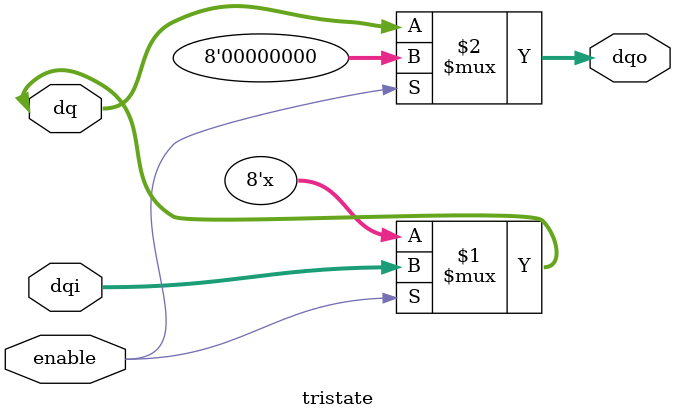
<source format=v>
module tristate #(
         parameter W=8
       )
       (
         input [W-1:0]dqi,
         output [W-1:0]dqo,
         inout [W-1:0]dq,
         input enable
       );


assign dq = (enable) ? dqi : {W{1'bZ}};
assign dqo = (enable) ? {W{1'b0}} : dq;

endmodule

</source>
